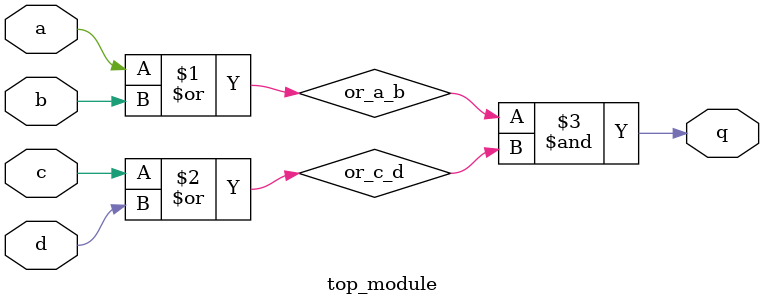
<source format=sv>
module top_module (
    input a, 
    input b, 
    input c, 
    input d,
    output q
);

    wire or_a_b, or_c_d;

    assign or_a_b = a | b;
    assign or_c_d = c | d;
    assign q = or_a_b & or_c_d;

endmodule

</source>
